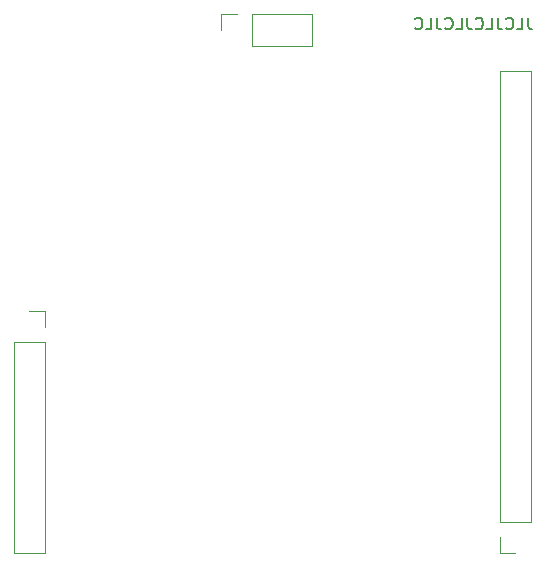
<source format=gbr>
%TF.GenerationSoftware,KiCad,Pcbnew,(6.0.0-0)*%
%TF.CreationDate,2022-03-20T10:25:09-04:00*%
%TF.ProjectId,ADC-Decoder-Controller,4144432d-4465-4636-9f64-65722d436f6e,rev?*%
%TF.SameCoordinates,Original*%
%TF.FileFunction,Legend,Bot*%
%TF.FilePolarity,Positive*%
%FSLAX46Y46*%
G04 Gerber Fmt 4.6, Leading zero omitted, Abs format (unit mm)*
G04 Created by KiCad (PCBNEW (6.0.0-0)) date 2022-03-20 10:25:09*
%MOMM*%
%LPD*%
G01*
G04 APERTURE LIST*
%ADD10C,0.150000*%
%ADD11C,0.120000*%
G04 APERTURE END LIST*
D10*
X131873047Y-68794380D02*
X131873047Y-69508666D01*
X131920666Y-69651523D01*
X132015904Y-69746761D01*
X132158761Y-69794380D01*
X132254000Y-69794380D01*
X130920666Y-69794380D02*
X131396857Y-69794380D01*
X131396857Y-68794380D01*
X130015904Y-69699142D02*
X130063523Y-69746761D01*
X130206380Y-69794380D01*
X130301619Y-69794380D01*
X130444476Y-69746761D01*
X130539714Y-69651523D01*
X130587333Y-69556285D01*
X130634952Y-69365809D01*
X130634952Y-69222952D01*
X130587333Y-69032476D01*
X130539714Y-68937238D01*
X130444476Y-68842000D01*
X130301619Y-68794380D01*
X130206380Y-68794380D01*
X130063523Y-68842000D01*
X130015904Y-68889619D01*
X129301619Y-68794380D02*
X129301619Y-69508666D01*
X129349238Y-69651523D01*
X129444476Y-69746761D01*
X129587333Y-69794380D01*
X129682571Y-69794380D01*
X128349238Y-69794380D02*
X128825428Y-69794380D01*
X128825428Y-68794380D01*
X127444476Y-69699142D02*
X127492095Y-69746761D01*
X127634952Y-69794380D01*
X127730190Y-69794380D01*
X127873047Y-69746761D01*
X127968285Y-69651523D01*
X128015904Y-69556285D01*
X128063523Y-69365809D01*
X128063523Y-69222952D01*
X128015904Y-69032476D01*
X127968285Y-68937238D01*
X127873047Y-68842000D01*
X127730190Y-68794380D01*
X127634952Y-68794380D01*
X127492095Y-68842000D01*
X127444476Y-68889619D01*
X126730190Y-68794380D02*
X126730190Y-69508666D01*
X126777809Y-69651523D01*
X126873047Y-69746761D01*
X127015904Y-69794380D01*
X127111142Y-69794380D01*
X125777809Y-69794380D02*
X126254000Y-69794380D01*
X126254000Y-68794380D01*
X124873047Y-69699142D02*
X124920666Y-69746761D01*
X125063523Y-69794380D01*
X125158761Y-69794380D01*
X125301619Y-69746761D01*
X125396857Y-69651523D01*
X125444476Y-69556285D01*
X125492095Y-69365809D01*
X125492095Y-69222952D01*
X125444476Y-69032476D01*
X125396857Y-68937238D01*
X125301619Y-68842000D01*
X125158761Y-68794380D01*
X125063523Y-68794380D01*
X124920666Y-68842000D01*
X124873047Y-68889619D01*
X124158761Y-68794380D02*
X124158761Y-69508666D01*
X124206380Y-69651523D01*
X124301619Y-69746761D01*
X124444476Y-69794380D01*
X124539714Y-69794380D01*
X123206380Y-69794380D02*
X123682571Y-69794380D01*
X123682571Y-68794380D01*
X122301619Y-69699142D02*
X122349238Y-69746761D01*
X122492095Y-69794380D01*
X122587333Y-69794380D01*
X122730190Y-69746761D01*
X122825428Y-69651523D01*
X122873047Y-69556285D01*
X122920666Y-69365809D01*
X122920666Y-69222952D01*
X122873047Y-69032476D01*
X122825428Y-68937238D01*
X122730190Y-68842000D01*
X122587333Y-68794380D01*
X122492095Y-68794380D01*
X122349238Y-68842000D01*
X122301619Y-68889619D01*
D11*
%TO.C,J3*%
X108473000Y-68520000D02*
X108473000Y-71180000D01*
X108473000Y-68520000D02*
X113613000Y-68520000D01*
X108473000Y-71180000D02*
X113613000Y-71180000D01*
X105873000Y-68520000D02*
X105873000Y-69850000D01*
X107203000Y-68520000D02*
X105873000Y-68520000D01*
X113613000Y-68520000D02*
X113613000Y-71180000D01*
%TO.C,J2*%
X132140000Y-111511000D02*
X132140000Y-73351000D01*
X129480000Y-112781000D02*
X129480000Y-114111000D01*
X129480000Y-73351000D02*
X132140000Y-73351000D01*
X129480000Y-111511000D02*
X132140000Y-111511000D01*
X129480000Y-111511000D02*
X129480000Y-73351000D01*
X129480000Y-114111000D02*
X130810000Y-114111000D01*
%TO.C,J1*%
X90992000Y-96266000D02*
X88332000Y-96266000D01*
X90992000Y-114106000D02*
X88332000Y-114106000D01*
X90992000Y-96266000D02*
X90992000Y-114106000D01*
X90992000Y-94996000D02*
X90992000Y-93666000D01*
X90992000Y-93666000D02*
X89662000Y-93666000D01*
X88332000Y-96266000D02*
X88332000Y-114106000D01*
%TD*%
M02*

</source>
